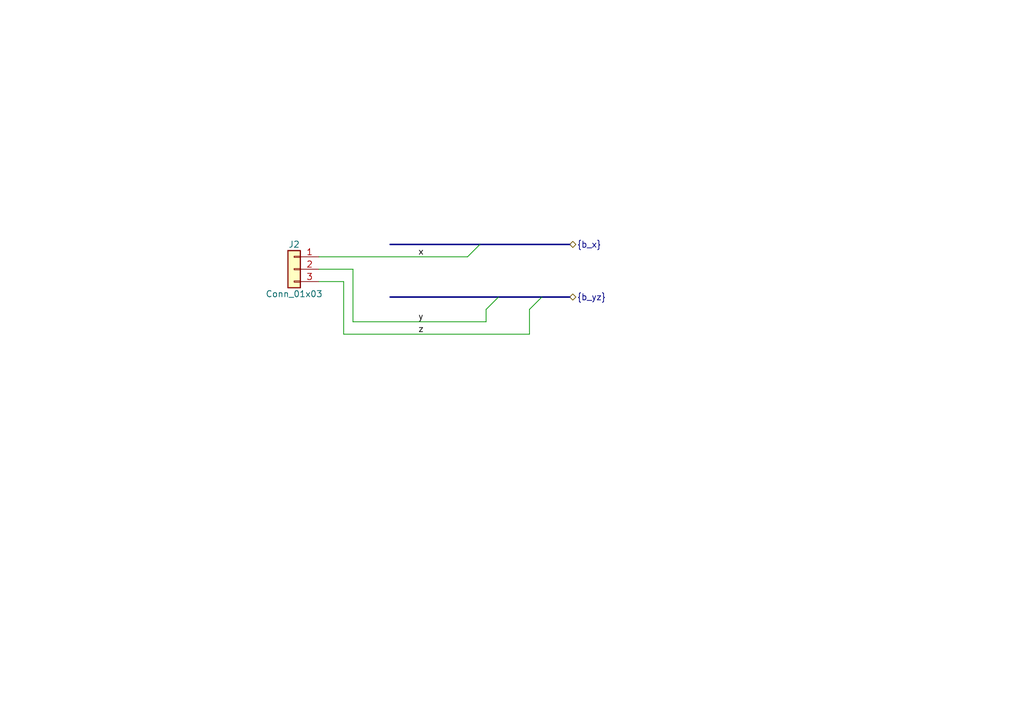
<source format=kicad_sch>
(kicad_sch (version 20230121) (generator eeschema)
  (paper "A5")
  (lib_symbols
    (symbol "~ Connector_Generic:Conn_01x03" (pin_names (offset 1.016) hide)
      (property "Reference" "J" (at 0 5.08 0))
      (property "Value" "Conn_01x03" (at 0 -5.08 0))
      (symbol "Conn_01x03_1_1"
        (rectangle (start -1.27 -2.413) (end 0 -2.667) (stroke (width 0.1524)))
        (rectangle (start -1.27 0.127) (end 0 -0.127) (stroke (width 0.1524)))
        (rectangle (start -1.27 2.667) (end 0 2.413) (stroke (width 0.1524)))
        (rectangle (start -1.27 3.81) (end 1.27 -3.81) (stroke (width 0.254)) (fill (type background)))
        (pin passive line (at -5.08 2.54 0) (length 3.81) (name "Pin_1") (number "1"))
        (pin passive line (at -5.08 0 0) (length 3.81) (name "Pin_2") (number "2"))
        (pin passive line (at -5.08 -2.54 0) (length 3.81) (name "Pin_3") (number "3"))
      )
    )
  )
  (bus_entry (at 102.235 60.96) (size -2.54 2.54))
  (bus_entry (at 111.125 60.96) (size -2.54 2.54))
  (bus_entry (at 98.425 50.165) (size -2.54 2.54))
  (wire (pts (xy 108.585 63.5) (xy 108.585 68.58)))
  (wire (pts (xy 70.485 57.785) (xy 70.485 68.58)))
  (wire (pts (xy 65.405 55.245) (xy 72.39 55.245)))
  (wire (pts (xy 65.405 57.785) (xy 70.485 57.785)))
  (bus (pts (xy 80.01 60.96) (xy 102.235 60.96)))
  (bus (pts (xy 98.425 50.165) (xy 80.01 50.165)))
  (bus (pts (xy 111.125 60.96) (xy 102.235 60.96)))
  (wire (pts (xy 65.405 52.705) (xy 95.885 52.705)))
  (wire (pts (xy 72.39 66.04) (xy 99.695 66.04)))
  (wire (pts (xy 70.485 68.58) (xy 108.585 68.58)))
  (wire (pts (xy 99.695 63.5) (xy 99.695 66.04)))
  (wire (pts (xy 72.39 55.245) (xy 72.39 66.04)))
  (bus (pts (xy 98.425 50.165) (xy 116.84 50.165)))
  (bus (pts (xy 116.84 60.96) (xy 111.125 60.96)))
  (label "z" (at 85.725 68.58 0))
  (label "y" (at 85.725 66.04 0))
  (label "x" (at 85.725 52.705 0))
  (hierarchical_label "{b_x}" (shape bidirectional) (at 116.84 50.165 0))
  (hierarchical_label "{b_yz}" (shape bidirectional) (at 116.84 60.96 0))
  (symbol (lib_id "~ Connector_Generic:Conn_01x03") (at 60.325 55.245 0) (mirror y) (unit 1)
    (property "Reference" "J2" (at 60.325 50.165 0))
    (property "Value" "Conn_01x03" (at 60.325 60.325 0))
  )
)
</source>
